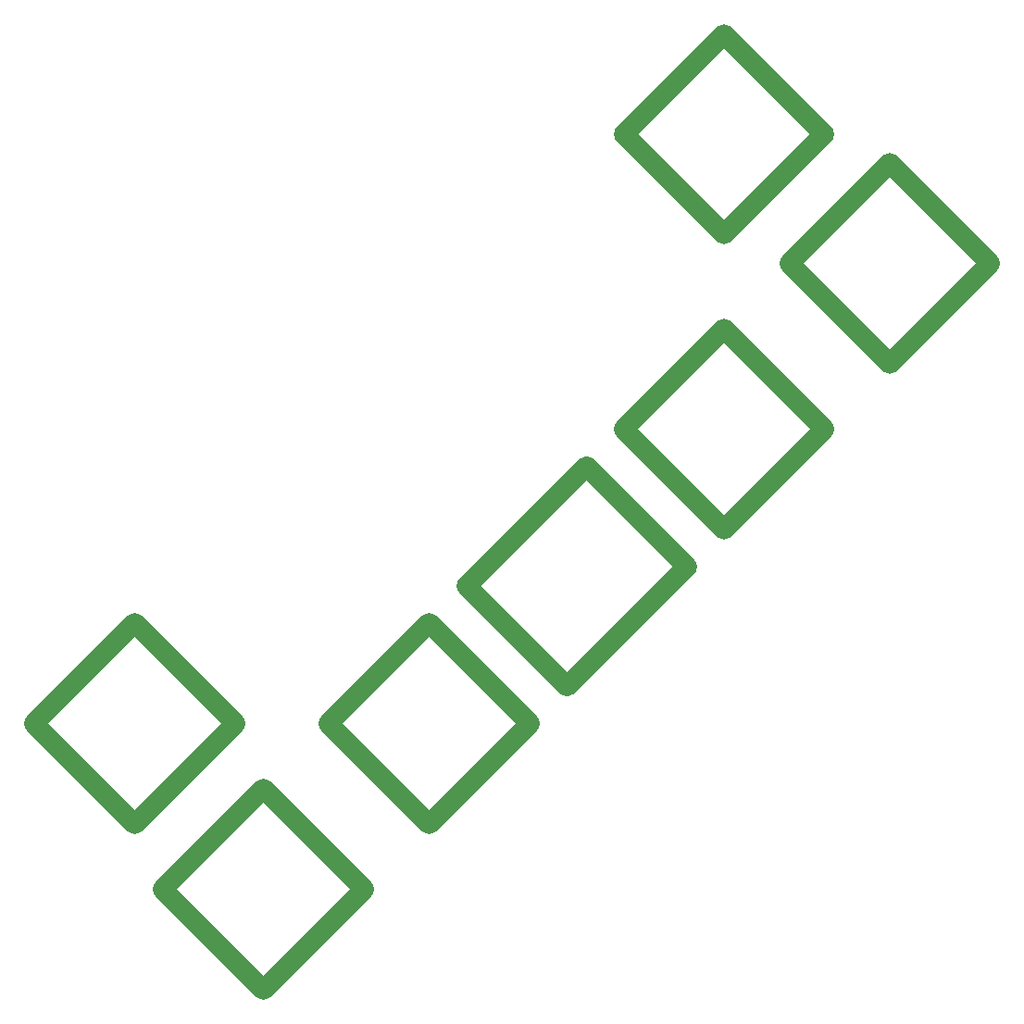
<source format=gts>
G04 #@! TF.GenerationSoftware,KiCad,Pcbnew,8.0.5*
G04 #@! TF.CreationDate,2024-09-29T21:28:28+09:00*
G04 #@! TF.ProjectId,SandyLP_Plate_Base_Center,53616e64-794c-4505-9f50-6c6174655f42,v.0*
G04 #@! TF.SameCoordinates,Original*
G04 #@! TF.FileFunction,Soldermask,Top*
G04 #@! TF.FilePolarity,Negative*
%FSLAX46Y46*%
G04 Gerber Fmt 4.6, Leading zero omitted, Abs format (unit mm)*
G04 Created by KiCad (PCBNEW 8.0.5) date 2024-09-29 21:28:28*
%MOMM*%
%LPD*%
G01*
G04 APERTURE LIST*
G04 Aperture macros list*
%AMRoundRect*
0 Rectangle with rounded corners*
0 $1 Rounding radius*
0 $2 $3 $4 $5 $6 $7 $8 $9 X,Y pos of 4 corners*
0 Add a 4 corners polygon primitive as box body*
4,1,4,$2,$3,$4,$5,$6,$7,$8,$9,$2,$3,0*
0 Add four circle primitives for the rounded corners*
1,1,$1+$1,$2,$3*
1,1,$1+$1,$4,$5*
1,1,$1+$1,$6,$7*
1,1,$1+$1,$8,$9*
0 Add four rect primitives between the rounded corners*
20,1,$1+$1,$2,$3,$4,$5,0*
20,1,$1+$1,$4,$5,$6,$7,0*
20,1,$1+$1,$6,$7,$8,$9,0*
20,1,$1+$1,$8,$9,$2,$3,0*%
G04 Aperture macros list end*
%ADD10RoundRect,0.900000X4.596201X-4.596187X-4.596187X4.596201X-4.596201X4.596187X4.596187X-4.596201X0*%
%ADD11RoundRect,0.900000X-4.596187X-4.596201X4.596201X4.596187X4.596187X4.596201X-4.596201X-4.596187X0*%
%ADD12RoundRect,0.900000X5.480070X5.480085X-5.480085X-5.480070X-5.480070X-5.480085X5.480085X5.480070X0*%
G04 APERTURE END LIST*
D10*
X191690292Y-76055295D03*
D11*
X191690292Y-66862907D03*
X200882680Y-76055295D03*
D10*
X200882680Y-66862907D03*
D12*
X172258113Y-104679861D03*
D10*
X162181841Y-105563745D03*
X173141997Y-94603589D03*
D12*
X163065725Y-95487473D03*
D10*
X122654573Y-118150246D03*
D11*
X122654573Y-108957858D03*
X131846961Y-118150246D03*
D10*
X131846961Y-108957858D03*
X134441159Y-133304428D03*
D11*
X134441159Y-124112040D03*
X143633547Y-133304428D03*
D10*
X143633547Y-124112040D03*
X149595341Y-118150246D03*
D11*
X149595341Y-108957858D03*
X158787729Y-118150246D03*
D10*
X158787729Y-108957858D03*
X176536110Y-91209477D03*
D11*
X176536110Y-82017089D03*
X185728498Y-91209477D03*
D10*
X185728498Y-82017089D03*
X176536110Y-64268709D03*
D11*
X176536110Y-55076321D03*
X185728498Y-64268709D03*
D10*
X185728498Y-55076321D03*
M02*

</source>
